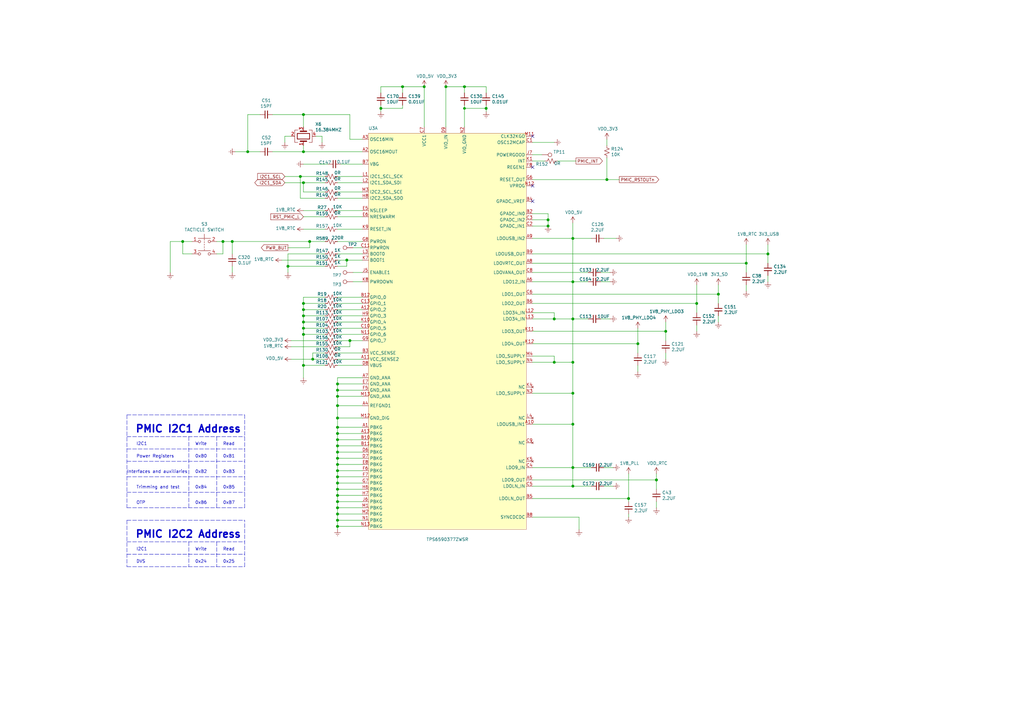
<source format=kicad_sch>
(kicad_sch (version 20210126) (generator eeschema)
  (paper "A3")
  (title_block (title "BeagleBone AI AM57x") (date "2021-01-15") (rev "Kicad-A1") (company "KiCad Services Corporation"))
  (junction (at 74.93 99.06) (diameter 1.016))
  (junction (at 91.44 99.06) (diameter 1.016))
  (junction (at 95.25 99.06) (diameter 1.016))
  (junction (at 101.6 62.23) (diameter 1.016))
  (junction (at 118.11 109.22) (diameter 1.016))
  (junction (at 123.19 72.39) (diameter 1.016))
  (junction (at 124.46 46.99) (diameter 1.016))
  (junction (at 124.46 62.23) (diameter 1.016))
  (junction (at 124.46 74.93) (diameter 1.016))
  (junction (at 124.46 124.46) (diameter 1.016))
  (junction (at 124.46 127) (diameter 1.016))
  (junction (at 124.46 129.54) (diameter 1.016))
  (junction (at 124.46 132.08) (diameter 1.016))
  (junction (at 124.46 134.62) (diameter 1.016))
  (junction (at 124.46 137.16) (diameter 1.016))
  (junction (at 124.46 149.86) (diameter 1.016))
  (junction (at 127 99.06) (diameter 1.016))
  (junction (at 128.27 147.32) (diameter 1.016))
  (junction (at 138.43 157.48) (diameter 1.016))
  (junction (at 138.43 160.02) (diameter 1.016))
  (junction (at 138.43 162.56) (diameter 1.016))
  (junction (at 138.43 166.37) (diameter 1.016))
  (junction (at 138.43 171.45) (diameter 1.016))
  (junction (at 138.43 175.26) (diameter 1.016))
  (junction (at 138.43 177.8) (diameter 1.016))
  (junction (at 138.43 180.34) (diameter 1.016))
  (junction (at 138.43 182.88) (diameter 1.016))
  (junction (at 138.43 185.42) (diameter 1.016))
  (junction (at 138.43 187.96) (diameter 1.016))
  (junction (at 138.43 190.5) (diameter 1.016))
  (junction (at 138.43 193.04) (diameter 1.016))
  (junction (at 138.43 195.58) (diameter 1.016))
  (junction (at 138.43 198.12) (diameter 1.016))
  (junction (at 138.43 200.66) (diameter 1.016))
  (junction (at 138.43 203.2) (diameter 1.016))
  (junction (at 138.43 205.74) (diameter 1.016))
  (junction (at 138.43 208.28) (diameter 1.016))
  (junction (at 138.43 210.82) (diameter 1.016))
  (junction (at 138.43 213.36) (diameter 1.016))
  (junction (at 138.43 215.9) (diameter 1.016))
  (junction (at 142.24 106.68) (diameter 1.016))
  (junction (at 143.51 139.7) (diameter 1.016))
  (junction (at 156.21 44.45) (diameter 1.016))
  (junction (at 165.1 35.56) (diameter 1.016))
  (junction (at 173.99 35.56) (diameter 1.016))
  (junction (at 182.88 35.56) (diameter 1.016))
  (junction (at 190.5 35.56) (diameter 1.016))
  (junction (at 190.5 44.45) (diameter 0.9144))
  (junction (at 199.39 44.45) (diameter 1.016))
  (junction (at 224.79 90.17) (diameter 1.016))
  (junction (at 224.79 92.71) (diameter 1.016))
  (junction (at 227.33 130.81) (diameter 1.016))
  (junction (at 227.33 148.59) (diameter 1.016))
  (junction (at 234.95 97.79) (diameter 1.016))
  (junction (at 234.95 115.57) (diameter 1.016))
  (junction (at 234.95 130.81) (diameter 1.016))
  (junction (at 234.95 148.59) (diameter 1.016))
  (junction (at 234.95 161.29) (diameter 1.016))
  (junction (at 234.95 173.99) (diameter 1.016))
  (junction (at 234.95 191.77) (diameter 1.016))
  (junction (at 234.95 199.39) (diameter 1.016))
  (junction (at 248.92 73.66) (diameter 1.016))
  (junction (at 257.81 204.47) (diameter 1.016))
  (junction (at 261.62 140.97) (diameter 1.016))
  (junction (at 269.24 196.85) (diameter 1.016))
  (junction (at 273.05 135.89) (diameter 1.016))
  (junction (at 285.75 124.46) (diameter 1.016))
  (junction (at 294.64 120.65) (diameter 1.016))
  (junction (at 306.07 107.95) (diameter 1.016))
  (junction (at 314.96 104.14) (diameter 1.016))
  (no_connect (at 218.44 55.88))
  (no_connect (at 218.44 68.58))
  (no_connect (at 218.44 76.2))
  (no_connect (at 218.44 82.55))
  (wire (pts (xy 69.85 99.06) (xy 69.85 111.76)))
  (wire (pts (xy 74.93 99.06) (xy 69.85 99.06)))
  (wire (pts (xy 74.93 99.06) (xy 78.74 99.06)))
  (wire (pts (xy 74.93 104.14) (xy 74.93 99.06)))
  (wire (pts (xy 78.74 104.14) (xy 74.93 104.14)))
  (wire (pts (xy 88.9 104.14) (xy 91.44 104.14)))
  (wire (pts (xy 91.44 99.06) (xy 88.9 99.06)))
  (wire (pts (xy 91.44 99.06) (xy 95.25 99.06)))
  (wire (pts (xy 91.44 104.14) (xy 91.44 99.06)))
  (wire (pts (xy 95.25 99.06) (xy 95.25 104.14)))
  (wire (pts (xy 95.25 99.06) (xy 127 99.06)))
  (wire (pts (xy 95.25 109.22) (xy 95.25 111.76)))
  (wire (pts (xy 96.52 62.23) (xy 101.6 62.23)))
  (wire (pts (xy 101.6 46.99) (xy 101.6 62.23)))
  (wire (pts (xy 101.6 62.23) (xy 106.68 62.23)))
  (wire (pts (xy 106.68 46.99) (xy 101.6 46.99)))
  (wire (pts (xy 111.76 46.99) (xy 124.46 46.99)))
  (wire (pts (xy 111.76 62.23) (xy 124.46 62.23)))
  (wire (pts (xy 115.57 106.68) (xy 133.35 106.68)))
  (wire (pts (xy 116.84 55.88) (xy 116.84 58.42)))
  (wire (pts (xy 118.11 101.6) (xy 127 101.6)))
  (wire (pts (xy 118.11 104.14) (xy 118.11 109.22)))
  (wire (pts (xy 118.11 104.14) (xy 133.35 104.14)))
  (wire (pts (xy 118.11 109.22) (xy 118.11 111.76)))
  (wire (pts (xy 118.11 109.22) (xy 133.35 109.22)))
  (wire (pts (xy 119.38 55.88) (xy 116.84 55.88)))
  (wire (pts (xy 119.38 139.7) (xy 133.35 139.7)))
  (wire (pts (xy 119.38 142.24) (xy 133.35 142.24)))
  (wire (pts (xy 119.38 147.32) (xy 128.27 147.32)))
  (wire (pts (xy 123.19 72.39) (xy 116.84 72.39)))
  (wire (pts (xy 123.19 72.39) (xy 123.19 81.28)))
  (wire (pts (xy 123.19 81.28) (xy 133.35 81.28)))
  (wire (pts (xy 124.46 46.99) (xy 124.46 52.07)))
  (wire (pts (xy 124.46 62.23) (xy 124.46 59.69)))
  (wire (pts (xy 124.46 67.31) (xy 134.62 67.31)))
  (wire (pts (xy 124.46 74.93) (xy 116.84 74.93)))
  (wire (pts (xy 124.46 74.93) (xy 124.46 78.74)))
  (wire (pts (xy 124.46 121.92) (xy 124.46 124.46)))
  (wire (pts (xy 124.46 124.46) (xy 124.46 127)))
  (wire (pts (xy 124.46 124.46) (xy 133.35 124.46)))
  (wire (pts (xy 124.46 127) (xy 124.46 129.54)))
  (wire (pts (xy 124.46 127) (xy 133.35 127)))
  (wire (pts (xy 124.46 129.54) (xy 124.46 132.08)))
  (wire (pts (xy 124.46 129.54) (xy 133.35 129.54)))
  (wire (pts (xy 124.46 132.08) (xy 124.46 134.62)))
  (wire (pts (xy 124.46 132.08) (xy 133.35 132.08)))
  (wire (pts (xy 124.46 134.62) (xy 124.46 137.16)))
  (wire (pts (xy 124.46 134.62) (xy 133.35 134.62)))
  (wire (pts (xy 124.46 137.16) (xy 124.46 149.86)))
  (wire (pts (xy 124.46 137.16) (xy 133.35 137.16)))
  (wire (pts (xy 124.46 149.86) (xy 124.46 154.94)))
  (wire (pts (xy 124.46 149.86) (xy 133.35 149.86)))
  (wire (pts (xy 127 99.06) (xy 127 101.6)))
  (wire (pts (xy 127 99.06) (xy 133.35 99.06)))
  (wire (pts (xy 128.27 144.78) (xy 128.27 147.32)))
  (wire (pts (xy 128.27 147.32) (xy 133.35 147.32)))
  (wire (pts (xy 129.54 55.88) (xy 132.08 55.88)))
  (wire (pts (xy 132.08 55.88) (xy 132.08 58.42)))
  (wire (pts (xy 133.35 72.39) (xy 123.19 72.39)))
  (wire (pts (xy 133.35 74.93) (xy 124.46 74.93)))
  (wire (pts (xy 133.35 78.74) (xy 124.46 78.74)))
  (wire (pts (xy 133.35 86.36) (xy 124.46 86.36)))
  (wire (pts (xy 133.35 88.9) (xy 124.46 88.9)))
  (wire (pts (xy 133.35 93.98) (xy 124.46 93.98)))
  (wire (pts (xy 133.35 121.92) (xy 124.46 121.92)))
  (wire (pts (xy 133.35 144.78) (xy 128.27 144.78)))
  (wire (pts (xy 138.43 72.39) (xy 148.59 72.39)))
  (wire (pts (xy 138.43 74.93) (xy 148.59 74.93)))
  (wire (pts (xy 138.43 78.74) (xy 148.59 78.74)))
  (wire (pts (xy 138.43 81.28) (xy 148.59 81.28)))
  (wire (pts (xy 138.43 86.36) (xy 148.59 86.36)))
  (wire (pts (xy 138.43 88.9) (xy 148.59 88.9)))
  (wire (pts (xy 138.43 93.98) (xy 148.59 93.98)))
  (wire (pts (xy 138.43 99.06) (xy 148.59 99.06)))
  (wire (pts (xy 138.43 104.14) (xy 148.59 104.14)))
  (wire (pts (xy 138.43 106.68) (xy 142.24 106.68)))
  (wire (pts (xy 138.43 109.22) (xy 142.24 109.22)))
  (wire (pts (xy 138.43 121.92) (xy 148.59 121.92)))
  (wire (pts (xy 138.43 124.46) (xy 148.59 124.46)))
  (wire (pts (xy 138.43 127) (xy 148.59 127)))
  (wire (pts (xy 138.43 129.54) (xy 148.59 129.54)))
  (wire (pts (xy 138.43 132.08) (xy 148.59 132.08)))
  (wire (pts (xy 138.43 134.62) (xy 148.59 134.62)))
  (wire (pts (xy 138.43 137.16) (xy 148.59 137.16)))
  (wire (pts (xy 138.43 139.7) (xy 143.51 139.7)))
  (wire (pts (xy 138.43 142.24) (xy 143.51 142.24)))
  (wire (pts (xy 138.43 144.78) (xy 148.59 144.78)))
  (wire (pts (xy 138.43 147.32) (xy 148.59 147.32)))
  (wire (pts (xy 138.43 149.86) (xy 148.59 149.86)))
  (wire (pts (xy 138.43 154.94) (xy 138.43 157.48)))
  (wire (pts (xy 138.43 157.48) (xy 138.43 160.02)))
  (wire (pts (xy 138.43 157.48) (xy 148.59 157.48)))
  (wire (pts (xy 138.43 160.02) (xy 138.43 162.56)))
  (wire (pts (xy 138.43 160.02) (xy 148.59 160.02)))
  (wire (pts (xy 138.43 162.56) (xy 138.43 166.37)))
  (wire (pts (xy 138.43 162.56) (xy 148.59 162.56)))
  (wire (pts (xy 138.43 166.37) (xy 138.43 171.45)))
  (wire (pts (xy 138.43 166.37) (xy 148.59 166.37)))
  (wire (pts (xy 138.43 171.45) (xy 138.43 175.26)))
  (wire (pts (xy 138.43 171.45) (xy 148.59 171.45)))
  (wire (pts (xy 138.43 175.26) (xy 138.43 177.8)))
  (wire (pts (xy 138.43 175.26) (xy 148.59 175.26)))
  (wire (pts (xy 138.43 177.8) (xy 138.43 180.34)))
  (wire (pts (xy 138.43 177.8) (xy 148.59 177.8)))
  (wire (pts (xy 138.43 180.34) (xy 138.43 182.88)))
  (wire (pts (xy 138.43 180.34) (xy 148.59 180.34)))
  (wire (pts (xy 138.43 182.88) (xy 138.43 185.42)))
  (wire (pts (xy 138.43 182.88) (xy 148.59 182.88)))
  (wire (pts (xy 138.43 185.42) (xy 138.43 187.96)))
  (wire (pts (xy 138.43 185.42) (xy 148.59 185.42)))
  (wire (pts (xy 138.43 187.96) (xy 138.43 190.5)))
  (wire (pts (xy 138.43 187.96) (xy 148.59 187.96)))
  (wire (pts (xy 138.43 190.5) (xy 138.43 193.04)))
  (wire (pts (xy 138.43 190.5) (xy 148.59 190.5)))
  (wire (pts (xy 138.43 193.04) (xy 138.43 195.58)))
  (wire (pts (xy 138.43 193.04) (xy 148.59 193.04)))
  (wire (pts (xy 138.43 195.58) (xy 138.43 198.12)))
  (wire (pts (xy 138.43 195.58) (xy 148.59 195.58)))
  (wire (pts (xy 138.43 198.12) (xy 138.43 200.66)))
  (wire (pts (xy 138.43 198.12) (xy 148.59 198.12)))
  (wire (pts (xy 138.43 200.66) (xy 138.43 203.2)))
  (wire (pts (xy 138.43 200.66) (xy 148.59 200.66)))
  (wire (pts (xy 138.43 203.2) (xy 138.43 205.74)))
  (wire (pts (xy 138.43 203.2) (xy 148.59 203.2)))
  (wire (pts (xy 138.43 205.74) (xy 138.43 208.28)))
  (wire (pts (xy 138.43 205.74) (xy 148.59 205.74)))
  (wire (pts (xy 138.43 208.28) (xy 138.43 210.82)))
  (wire (pts (xy 138.43 208.28) (xy 148.59 208.28)))
  (wire (pts (xy 138.43 210.82) (xy 138.43 213.36)))
  (wire (pts (xy 138.43 210.82) (xy 148.59 210.82)))
  (wire (pts (xy 138.43 213.36) (xy 138.43 215.9)))
  (wire (pts (xy 138.43 213.36) (xy 148.59 213.36)))
  (wire (pts (xy 138.43 215.9) (xy 138.43 217.17)))
  (wire (pts (xy 138.43 215.9) (xy 148.59 215.9)))
  (wire (pts (xy 139.7 67.31) (xy 148.59 67.31)))
  (wire (pts (xy 142.24 106.68) (xy 142.24 109.22)))
  (wire (pts (xy 142.24 106.68) (xy 148.59 106.68)))
  (wire (pts (xy 143.51 46.99) (xy 124.46 46.99)))
  (wire (pts (xy 143.51 57.15) (xy 143.51 46.99)))
  (wire (pts (xy 143.51 139.7) (xy 143.51 142.24)))
  (wire (pts (xy 143.51 139.7) (xy 148.59 139.7)))
  (wire (pts (xy 148.59 57.15) (xy 143.51 57.15)))
  (wire (pts (xy 148.59 62.23) (xy 124.46 62.23)))
  (wire (pts (xy 148.59 101.6) (xy 144.78 101.6)))
  (wire (pts (xy 148.59 111.76) (xy 144.78 111.76)))
  (wire (pts (xy 148.59 115.57) (xy 144.78 115.57)))
  (wire (pts (xy 148.59 154.94) (xy 138.43 154.94)))
  (wire (pts (xy 156.21 35.56) (xy 165.1 35.56)))
  (wire (pts (xy 156.21 38.1) (xy 156.21 35.56)))
  (wire (pts (xy 156.21 43.18) (xy 156.21 44.45)))
  (wire (pts (xy 156.21 44.45) (xy 156.21 45.72)))
  (wire (pts (xy 165.1 35.56) (xy 165.1 38.1)))
  (wire (pts (xy 165.1 43.18) (xy 165.1 44.45)))
  (wire (pts (xy 165.1 44.45) (xy 156.21 44.45)))
  (wire (pts (xy 173.99 35.56) (xy 165.1 35.56)))
  (wire (pts (xy 173.99 52.07) (xy 173.99 35.56)))
  (wire (pts (xy 182.88 35.56) (xy 190.5 35.56)))
  (wire (pts (xy 182.88 52.07) (xy 182.88 35.56)))
  (wire (pts (xy 190.5 35.56) (xy 190.5 38.1)))
  (wire (pts (xy 190.5 43.18) (xy 190.5 44.45)))
  (wire (pts (xy 190.5 44.45) (xy 190.5 52.07)))
  (wire (pts (xy 190.5 44.45) (xy 199.39 44.45)))
  (wire (pts (xy 199.39 35.56) (xy 190.5 35.56)))
  (wire (pts (xy 199.39 38.1) (xy 199.39 35.56)))
  (wire (pts (xy 199.39 43.18) (xy 199.39 44.45)))
  (wire (pts (xy 199.39 44.45) (xy 199.39 45.72)))
  (wire (pts (xy 218.44 58.42) (xy 227.33 58.42)))
  (wire (pts (xy 218.44 63.5) (xy 222.25 63.5)))
  (wire (pts (xy 218.44 66.04) (xy 223.52 66.04)))
  (wire (pts (xy 218.44 73.66) (xy 248.92 73.66)))
  (wire (pts (xy 218.44 87.63) (xy 224.79 87.63)))
  (wire (pts (xy 218.44 90.17) (xy 224.79 90.17)))
  (wire (pts (xy 218.44 92.71) (xy 224.79 92.71)))
  (wire (pts (xy 218.44 97.79) (xy 234.95 97.79)))
  (wire (pts (xy 218.44 104.14) (xy 314.96 104.14)))
  (wire (pts (xy 218.44 107.95) (xy 306.07 107.95)))
  (wire (pts (xy 218.44 111.76) (xy 241.3 111.76)))
  (wire (pts (xy 218.44 115.57) (xy 234.95 115.57)))
  (wire (pts (xy 218.44 120.65) (xy 294.64 120.65)))
  (wire (pts (xy 218.44 124.46) (xy 285.75 124.46)))
  (wire (pts (xy 218.44 128.27) (xy 227.33 128.27)))
  (wire (pts (xy 218.44 130.81) (xy 227.33 130.81)))
  (wire (pts (xy 218.44 135.89) (xy 273.05 135.89)))
  (wire (pts (xy 218.44 140.97) (xy 261.62 140.97)))
  (wire (pts (xy 218.44 146.05) (xy 227.33 146.05)))
  (wire (pts (xy 218.44 148.59) (xy 227.33 148.59)))
  (wire (pts (xy 218.44 161.29) (xy 234.95 161.29)))
  (wire (pts (xy 218.44 173.99) (xy 234.95 173.99)))
  (wire (pts (xy 218.44 191.77) (xy 234.95 191.77)))
  (wire (pts (xy 218.44 196.85) (xy 269.24 196.85)))
  (wire (pts (xy 218.44 199.39) (xy 234.95 199.39)))
  (wire (pts (xy 218.44 204.47) (xy 257.81 204.47)))
  (wire (pts (xy 218.44 212.09) (xy 237.49 212.09)))
  (wire (pts (xy 224.79 87.63) (xy 224.79 90.17)))
  (wire (pts (xy 224.79 90.17) (xy 224.79 92.71)))
  (wire (pts (xy 227.33 128.27) (xy 227.33 130.81)))
  (wire (pts (xy 227.33 130.81) (xy 234.95 130.81)))
  (wire (pts (xy 227.33 146.05) (xy 227.33 148.59)))
  (wire (pts (xy 227.33 148.59) (xy 234.95 148.59)))
  (wire (pts (xy 228.6 66.04) (xy 236.22 66.04)))
  (wire (pts (xy 234.95 97.79) (xy 234.95 91.44)))
  (wire (pts (xy 234.95 97.79) (xy 242.57 97.79)))
  (wire (pts (xy 234.95 115.57) (xy 234.95 97.79)))
  (wire (pts (xy 234.95 115.57) (xy 241.3 115.57)))
  (wire (pts (xy 234.95 130.81) (xy 234.95 115.57)))
  (wire (pts (xy 234.95 130.81) (xy 241.3 130.81)))
  (wire (pts (xy 234.95 148.59) (xy 234.95 130.81)))
  (wire (pts (xy 234.95 161.29) (xy 234.95 148.59)))
  (wire (pts (xy 234.95 173.99) (xy 234.95 161.29)))
  (wire (pts (xy 234.95 191.77) (xy 234.95 173.99)))
  (wire (pts (xy 234.95 191.77) (xy 242.57 191.77)))
  (wire (pts (xy 234.95 199.39) (xy 234.95 191.77)))
  (wire (pts (xy 234.95 199.39) (xy 242.57 199.39)))
  (wire (pts (xy 237.49 212.09) (xy 237.49 217.17)))
  (wire (pts (xy 246.38 111.76) (xy 250.19 111.76)))
  (wire (pts (xy 246.38 115.57) (xy 250.19 115.57)))
  (wire (pts (xy 246.38 130.81) (xy 250.19 130.81)))
  (wire (pts (xy 247.65 97.79) (xy 252.73 97.79)))
  (wire (pts (xy 247.65 191.77) (xy 251.46 191.77)))
  (wire (pts (xy 247.65 199.39) (xy 251.46 199.39)))
  (wire (pts (xy 248.92 57.15) (xy 248.92 59.69)))
  (wire (pts (xy 248.92 64.77) (xy 248.92 73.66)))
  (wire (pts (xy 248.92 73.66) (xy 254 73.66)))
  (wire (pts (xy 257.81 194.31) (xy 257.81 204.47)))
  (wire (pts (xy 257.81 204.47) (xy 257.81 205.74)))
  (wire (pts (xy 257.81 210.82) (xy 257.81 212.09)))
  (wire (pts (xy 261.62 140.97) (xy 261.62 134.62)))
  (wire (pts (xy 261.62 140.97) (xy 261.62 144.78)))
  (wire (pts (xy 261.62 149.86) (xy 261.62 152.4)))
  (wire (pts (xy 269.24 194.31) (xy 269.24 196.85)))
  (wire (pts (xy 269.24 196.85) (xy 269.24 200.66)))
  (wire (pts (xy 269.24 205.74) (xy 269.24 208.28)))
  (wire (pts (xy 273.05 135.89) (xy 273.05 132.08)))
  (wire (pts (xy 273.05 135.89) (xy 273.05 139.7)))
  (wire (pts (xy 273.05 144.78) (xy 273.05 147.32)))
  (wire (pts (xy 285.75 116.84) (xy 285.75 124.46)))
  (wire (pts (xy 285.75 124.46) (xy 285.75 128.27)))
  (wire (pts (xy 285.75 133.35) (xy 285.75 135.89)))
  (wire (pts (xy 294.64 116.84) (xy 294.64 120.65)))
  (wire (pts (xy 294.64 120.65) (xy 294.64 124.46)))
  (wire (pts (xy 294.64 129.54) (xy 294.64 132.08)))
  (wire (pts (xy 306.07 107.95) (xy 306.07 100.33)))
  (wire (pts (xy 306.07 107.95) (xy 306.07 111.76)))
  (wire (pts (xy 306.07 116.84) (xy 306.07 119.38)))
  (wire (pts (xy 314.96 100.33) (xy 314.96 104.14)))
  (wire (pts (xy 314.96 104.14) (xy 314.96 107.95)))
  (wire (pts (xy 314.96 113.03) (xy 314.96 115.57)))
  (polyline (pts (xy 52.07 170.18) (xy 52.07 208.28)) (stroke (width 0) (type dash)))
  (polyline (pts (xy 52.07 170.18) (xy 100.33 170.18)) (stroke (width 0) (type dash)))
  (polyline (pts (xy 52.07 179.07) (xy 100.33 179.07)) (stroke (width 0) (type dash)))
  (polyline (pts (xy 52.07 184.15) (xy 100.33 184.15)) (stroke (width 0) (type dash)))
  (polyline (pts (xy 52.07 189.23) (xy 100.33 189.23)) (stroke (width 0) (type dash)))
  (polyline (pts (xy 52.07 195.58) (xy 100.33 195.58)) (stroke (width 0) (type dash)))
  (polyline (pts (xy 52.07 201.93) (xy 100.33 201.93)) (stroke (width 0) (type dash)))
  (polyline (pts (xy 52.07 208.28) (xy 100.33 208.28)) (stroke (width 0) (type dash)))
  (polyline (pts (xy 52.07 213.36) (xy 52.07 232.41)) (stroke (width 0) (type dash)))
  (polyline (pts (xy 52.07 213.36) (xy 100.33 213.36)) (stroke (width 0) (type dash)))
  (polyline (pts (xy 52.07 222.25) (xy 100.33 222.25)) (stroke (width 0) (type dash)))
  (polyline (pts (xy 52.07 227.33) (xy 100.33 227.33)) (stroke (width 0) (type dash)))
  (polyline (pts (xy 52.07 232.41) (xy 100.33 232.41)) (stroke (width 0) (type dash)))
  (polyline (pts (xy 77.47 179.07) (xy 77.47 208.28)) (stroke (width 0) (type dash)))
  (polyline (pts (xy 77.47 222.25) (xy 77.47 232.41)) (stroke (width 0) (type dash)))
  (polyline (pts (xy 88.9 179.07) (xy 88.9 208.28)) (stroke (width 0) (type dash)))
  (polyline (pts (xy 88.9 222.25) (xy 88.9 232.41)) (stroke (width 0) (type dash)))
  (polyline (pts (xy 100.33 208.28) (xy 100.33 170.18)) (stroke (width 0) (type dash)))
  (polyline (pts (xy 100.33 232.41) (xy 100.33 213.36)) (stroke (width 0) (type dash)))
  (text "Interfaces and auxiliaries" (at 52.07 194.31 0) (effects (font (size 1.27 1.27)) (justify left bottom)))
  (text "I2C1" (at 55.88 182.88 0) (effects (font (size 1.27 1.27)) (justify left bottom)))
  (text "Power Registers" (at 55.88 187.96 0) (effects (font (size 1.27 1.27)) (justify left bottom)))
  (text "Trimming and test" (at 55.88 200.66 0) (effects (font (size 1.27 1.27)) (justify left bottom)))
  (text "OTP" (at 55.88 207.01 0) (effects (font (size 1.27 1.27)) (justify left bottom)))
  (text "I2C1" (at 55.88 226.06 0) (effects (font (size 1.27 1.27)) (justify left bottom)))
  (text "DVS" (at 55.88 231.14 0) (effects (font (size 1.27 1.27)) (justify left bottom)))
  (text "Write" (at 80.01 182.88 0) (effects (font (size 1.27 1.27)) (justify left bottom)))
  (text "0xB0" (at 80.01 187.96 0) (effects (font (size 1.27 1.27)) (justify left bottom)))
  (text "0xB2" (at 80.01 194.31 0) (effects (font (size 1.27 1.27)) (justify left bottom)))
  (text "0xB4" (at 80.01 200.66 0) (effects (font (size 1.27 1.27)) (justify left bottom)))
  (text "0xB6" (at 80.01 207.01 0) (effects (font (size 1.27 1.27)) (justify left bottom)))
  (text "Write" (at 80.01 226.06 0) (effects (font (size 1.27 1.27)) (justify left bottom)))
  (text "0x24" (at 80.01 231.14 0) (effects (font (size 1.27 1.27)) (justify left bottom)))
  (text "Read" (at 91.44 182.88 0) (effects (font (size 1.27 1.27)) (justify left bottom)))
  (text "0xB1" (at 91.44 187.96 0) (effects (font (size 1.27 1.27)) (justify left bottom)))
  (text "0xB3" (at 91.44 194.31 0) (effects (font (size 1.27 1.27)) (justify left bottom)))
  (text "0xB5" (at 91.44 200.66 0) (effects (font (size 1.27 1.27)) (justify left bottom)))
  (text "0xB7" (at 91.44 207.01 0) (effects (font (size 1.27 1.27)) (justify left bottom)))
  (text "Read" (at 91.44 226.06 0) (effects (font (size 1.27 1.27)) (justify left bottom)))
  (text "0x25" (at 91.44 231.14 0) (effects (font (size 1.27 1.27)) (justify left bottom)))
  (text "PMIC I2C1 Address" (at 99.06 177.8 180) (effects (font (size 3 3) (thickness 0.6) bold) (justify right bottom)))
  (text "PMIC I2C2 Address" (at 99.06 220.98 180) (effects (font (size 3 3) (thickness 0.6) bold) (justify right bottom)))
  (global_label "I2C1_SCL" (shape input) (at 116.84 72.39 180) (property "Intersheet References" "${INTERSHEET_REFS}" (at 104.1339 72.3106 0) (effects (justify right))))
  (global_label "I2C1_SDA" (shape bidirectional) (at 116.84 74.93 180) (property "Intersheet References" "${INTERSHEET_REFS}" (at 104.0734 74.8506 0) (effects (justify right))))
  (global_label "PWR_BUT" (shape output) (at 118.11 101.6 180) (property "Intersheet References" "${INTERSHEET_REFS}" (at 105.6458 101.5206 0) (effects (justify right))))
  (global_label "RST_PMIC_L" (shape input) (at 124.46 88.9 180) (property "Intersheet References" "${INTERSHEET_REFS}" (at 109.5162 88.8206 0) (effects (justify right))))
  (global_label "PMIC_INT" (shape output) (at 236.22 66.04 0) (property "Intersheet References" "${INTERSHEET_REFS}" (at 248.6238 65.9606 0) (effects (justify left))))
  (global_label "PMIC_RSTOUTn" (shape output) (at 254 73.66 0) (property "Intersheet References" "${INTERSHEET_REFS}" (at 271.7257 73.5806 0) (effects (justify left))))
  (symbol (lib_id "Connector:TestPoint") (at 144.78 101.6 90) (unit 1)
    (property "Reference" "TP2" (at 146.431 100.209 90) (effects (justify left)))
    (property "Value" "NI" (effects hide))
    (property "Footprint" "beaglebone-ai:TP30" (effects hide))
    (property "Description" "Test point,DIA 30mil" (effects hide))
  )
  (symbol (lib_id "Connector:TestPoint") (at 144.78 111.76 90) (unit 1)
    (property "Reference" "TP7" (at 140.081 112.909 90) (effects (justify left)))
    (property "Value" "NI" (effects hide))
    (property "Footprint" "beaglebone-ai:TP30" (effects hide))
    (property "Description" "Test point,DIA 30mil" (effects hide))
  )
  (symbol (lib_id "Connector:TestPoint") (at 144.78 115.57 90) (unit 1)
    (property "Reference" "TP3" (at 140.081 116.719 90) (effects (justify left)))
    (property "Value" "NI" (effects hide))
    (property "Footprint" "beaglebone-ai:TP30" (effects hide))
    (property "Description" "Test point,DIA 30mil" (effects hide))
  )
  (symbol (lib_id "Connector:TestPoint") (at 222.25 63.5 270) (unit 1)
    (property "Reference" "TP11" (at 226.9491 62.3506 90) (effects (justify left)))
    (property "Value" "NI" (effects hide))
    (property "Footprint" "beaglebone-ai:TP30" (effects hide))
    (property "Description" "Test point,DIA 30mil" (effects hide))
  )
  (symbol (lib_id "beaglebone-ai:1V8_RTC") (at 115.57 106.68 90) (unit 1)
    (property "Reference" "#PWR0175" (effects hide))
    (property "Value" "1V8_RTC" (at 112.395 106.3117 90) (effects (justify left)))
  )
  (symbol (lib_id "beaglebone-ai:VDD_3V3") (at 119.38 139.7 90) (unit 1)
    (property "Reference" "#PWR0167" (effects hide))
    (property "Value" "VDD_3V3" (at 116.2049 139.3317 90) (effects (justify left)))
  )
  (symbol (lib_id "beaglebone-ai:1V8_RTC") (at 119.38 142.24 90) (unit 1)
    (property "Reference" "#PWR0168" (effects hide))
    (property "Value" "1V8_RTC" (at 116.205 141.8717 90) (effects (justify left)))
  )
  (symbol (lib_id "beaglebone-ai:VDD_5V") (at 119.38 147.32 90) (unit 1)
    (property "Reference" "#PWR0169" (effects hide))
    (property "Value" "VDD_5V" (at 116.205 146.9517 90) (effects (justify left)))
  )
  (symbol (lib_id "beaglebone-ai:1V8_RTC") (at 124.46 86.36 90) (unit 1)
    (property "Reference" "#PWR0171" (effects hide))
    (property "Value" "1V8_RTC" (at 121.285 85.9917 90) (effects (justify left)))
  )
  (symbol (lib_id "beaglebone-ai:1V8_RTC") (at 124.46 93.98 90) (unit 1)
    (property "Reference" "#PWR0172" (effects hide))
    (property "Value" "1V8_RTC" (at 121.285 93.6117 90) (effects (justify left)))
  )
  (symbol (lib_id "beaglebone-ai:VDD_5V") (at 173.99 35.56 0) (unit 1)
    (property "Reference" "#PWR0136" (effects hide))
    (property "Value" "VDD_5V" (at 174.3583 31.2356 0))
  )
  (symbol (lib_id "beaglebone-ai:VDD_3V3") (at 182.88 35.56 0) (unit 1)
    (property "Reference" "#PWR0137" (effects hide))
    (property "Value" "VDD_3V3" (at 183.2483 31.2356 0))
  )
  (symbol (lib_id "beaglebone-ai:VDD_5V") (at 234.95 91.44 0) (unit 1)
    (property "Reference" "#PWR0142" (effects hide))
    (property "Value" "VDD_5V" (at 235.3183 87.1156 0))
  )
  (symbol (lib_id "beaglebone-ai:VDD_3V3") (at 248.92 57.15 0) (unit 1)
    (property "Reference" "#PWR0160" (effects hide))
    (property "Value" "VDD_3V3" (at 249.2883 52.8256 0))
  )
  (symbol (lib_id "beaglebone-ai:1V8_PLL") (at 257.81 194.31 0) (unit 1)
    (property "Reference" "#PWR0151" (effects hide))
    (property "Value" "1V8_PLL" (at 258.1783 189.9856 0))
  )
  (symbol (lib_id "beaglebone-ai:1V8_PHY_LDO4") (at 261.62 134.62 0) (unit 1)
    (property "Reference" "#PWR0140" (effects hide))
    (property "Value" "1V8_PHY_LDO4" (at 261.9883 130.2956 0))
  )
  (symbol (lib_id "beaglebone-ai:VDD_RTC") (at 269.24 194.31 0) (unit 1)
    (property "Reference" "#PWR0150" (effects hide))
    (property "Value" "VDD_RTC" (at 269.6083 189.9856 0))
  )
  (symbol (lib_id "beaglebone-ai:1V8_PHY_LDO3") (at 273.05 132.08 0) (unit 1)
    (property "Reference" "#PWR0159" (effects hide))
    (property "Value" "1V8_PHY_LDO3" (at 273.4183 127.7556 0))
  )
  (symbol (lib_id "beaglebone-ai:VDD_1V8") (at 285.75 116.84 0) (unit 1)
    (property "Reference" "#PWR0154" (effects hide))
    (property "Value" "VDD_1V8" (at 286.1183 112.5156 0))
  )
  (symbol (lib_id "beaglebone-ai:3V3_SD") (at 294.64 116.84 0) (unit 1)
    (property "Reference" "#PWR0155" (effects hide))
    (property "Value" "3V3_SD" (at 295.0083 112.5156 0))
  )
  (symbol (lib_id "beaglebone-ai:1V8_RTC") (at 306.07 100.33 0) (unit 1)
    (property "Reference" "#PWR0157" (effects hide))
    (property "Value" "1V8_RTC" (at 306.4383 96.0056 0))
  )
  (symbol (lib_id "beaglebone-ai:3V3_USB") (at 314.96 100.33 0) (unit 1)
    (property "Reference" "#PWR0161" (effects hide))
    (property "Value" "3V3_USB" (at 315.3283 96.0056 0))
  )
  (symbol (lib_id "power:Earth") (at 69.85 111.76 0) (unit 1)
    (property "Reference" "#PWR0173" (effects hide))
    (property "Value" "Earth" (effects hide))
  )
  (symbol (lib_id "power:Earth") (at 95.25 111.76 0) (unit 1)
    (property "Reference" "#PWR0176" (effects hide))
    (property "Value" "Earth" (effects hide))
  )
  (symbol (lib_id "power:Earth") (at 96.52 62.23 270) (unit 1)
    (property "Reference" "#PWR0178" (effects hide))
    (property "Value" "Earth" (effects hide))
  )
  (symbol (lib_id "power:Earth") (at 116.84 58.42 0) (unit 1)
    (property "Reference" "#PWR0179" (effects hide))
    (property "Value" "Earth" (effects hide))
  )
  (symbol (lib_id "power:Earth") (at 118.11 111.76 0) (unit 1)
    (property "Reference" "#PWR0174" (effects hide))
    (property "Value" "Earth" (effects hide))
  )
  (symbol (lib_id "power:Earth") (at 124.46 67.31 270) (unit 1)
    (property "Reference" "#PWR0177" (effects hide))
    (property "Value" "Earth" (effects hide))
  )
  (symbol (lib_id "power:Earth") (at 124.46 154.94 0) (unit 1)
    (property "Reference" "#PWR0170" (effects hide))
    (property "Value" "Earth" (effects hide))
  )
  (symbol (lib_id "power:Earth") (at 132.08 58.42 0) (mirror y) (unit 1)
    (property "Reference" "#PWR0180" (effects hide))
    (property "Value" "Earth" (effects hide))
  )
  (symbol (lib_id "power:Earth") (at 138.43 217.17 0) (unit 1)
    (property "Reference" "#PWR0181" (effects hide))
    (property "Value" "Earth" (effects hide))
  )
  (symbol (lib_id "power:Earth") (at 156.21 45.72 0) (unit 1)
    (property "Reference" "#PWR0138" (effects hide))
    (property "Value" "Earth" (effects hide))
  )
  (symbol (lib_id "power:Earth") (at 199.39 45.72 0) (unit 1)
    (property "Reference" "#PWR0139" (effects hide))
    (property "Value" "Earth" (effects hide))
  )
  (symbol (lib_id "power:Earth") (at 224.79 92.71 0) (unit 1)
    (property "Reference" "#PWR0143" (effects hide))
    (property "Value" "Earth" (effects hide))
  )
  (symbol (lib_id "power:Earth") (at 227.33 58.42 90) (unit 1)
    (property "Reference" "#PWR0162" (effects hide))
    (property "Value" "Earth" (effects hide))
  )
  (symbol (lib_id "power:Earth") (at 237.49 217.17 0) (unit 1)
    (property "Reference" "#PWR0165" (effects hide))
    (property "Value" "Earth" (effects hide))
  )
  (symbol (lib_id "power:Earth") (at 250.19 111.76 90) (unit 1)
    (property "Reference" "#PWR0146" (effects hide))
    (property "Value" "Earth" (effects hide))
  )
  (symbol (lib_id "power:Earth") (at 250.19 115.57 90) (unit 1)
    (property "Reference" "#PWR0145" (effects hide))
    (property "Value" "Earth" (effects hide))
  )
  (symbol (lib_id "power:Earth") (at 250.19 130.81 90) (unit 1)
    (property "Reference" "#PWR0144" (effects hide))
    (property "Value" "Earth" (effects hide))
  )
  (symbol (lib_id "power:Earth") (at 251.46 191.77 90) (unit 1)
    (property "Reference" "#PWR0149" (effects hide))
    (property "Value" "Earth" (effects hide))
  )
  (symbol (lib_id "power:Earth") (at 251.46 199.39 90) (unit 1)
    (property "Reference" "#PWR0163" (effects hide))
    (property "Value" "Earth" (effects hide))
  )
  (symbol (lib_id "power:Earth") (at 252.73 97.79 90) (unit 1)
    (property "Reference" "#PWR0147" (effects hide))
    (property "Value" "Earth" (effects hide))
  )
  (symbol (lib_id "power:Earth") (at 257.81 212.09 0) (unit 1)
    (property "Reference" "#PWR0166" (effects hide))
    (property "Value" "Earth" (effects hide))
  )
  (symbol (lib_id "power:Earth") (at 261.62 152.4 0) (unit 1)
    (property "Reference" "#PWR0141" (effects hide))
    (property "Value" "Earth" (effects hide))
  )
  (symbol (lib_id "power:Earth") (at 269.24 208.28 0) (unit 1)
    (property "Reference" "#PWR0164" (effects hide))
    (property "Value" "Earth" (effects hide))
  )
  (symbol (lib_id "power:Earth") (at 273.05 147.32 0) (unit 1)
    (property "Reference" "#PWR0158" (effects hide))
    (property "Value" "Earth" (effects hide))
  )
  (symbol (lib_id "power:Earth") (at 285.75 135.89 0) (unit 1)
    (property "Reference" "#PWR0152" (effects hide))
    (property "Value" "Earth" (effects hide))
  )
  (symbol (lib_id "power:Earth") (at 294.64 132.08 0) (unit 1)
    (property "Reference" "#PWR0153" (effects hide))
    (property "Value" "Earth" (effects hide))
  )
  (symbol (lib_id "power:Earth") (at 306.07 119.38 0) (unit 1)
    (property "Reference" "#PWR0156" (effects hide))
    (property "Value" "Earth" (effects hide))
  )
  (symbol (lib_id "power:Earth") (at 314.96 115.57 0) (unit 1)
    (property "Reference" "#PWR0148" (effects hide))
    (property "Value" "Earth" (effects hide))
  )
  (symbol (lib_id "Device:R_Small_US") (at 135.89 72.39 90) (unit 1)
    (property "Reference" "R148" (at 132.08 71.101 90))
    (property "Value" "0R" (at 138.43 70.859 90))
    (property "Footprint" "beaglebone-ai:R0402" (effects hide))
    (property "Description" "RES,0R,+/-5%,1/16W,SMD0402" (effects hide))
    (property "Manufacturer" "YAGEO" (effects hide))
    (property "Manufacturer P/N" "RC0402JR-070RL" (effects hide))
    (property "Rating" "5%" (effects hide))
  )
  (symbol (lib_id "Device:R_Small_US") (at 135.89 74.93 90) (unit 1)
    (property "Reference" "R145" (at 132.08 73.641 90))
    (property "Value" "0R" (at 138.43 73.399 90))
    (property "Footprint" "beaglebone-ai:R0402" (effects hide))
    (property "Description" "RES,0R,+/-5%,1/16W,SMD0402" (effects hide))
    (property "Manufacturer" "YAGEO" (effects hide))
    (property "Manufacturer P/N" "RC0402JR-070RL" (effects hide))
    (property "Rating" "5%" (effects hide))
  )
  (symbol (lib_id "Device:R_Small_US") (at 135.89 78.74 90) (unit 1)
    (property "Reference" "R146" (at 132.08 77.451 90))
    (property "Value" "0R" (at 138.43 77.209 90))
    (property "Footprint" "beaglebone-ai:R0402" (effects hide))
    (property "Description" "RES,0R,+/-5%,1/16W,SMD0402" (effects hide))
    (property "Manufacturer" "YAGEO" (effects hide))
    (property "Manufacturer P/N" "RC0402JR-070RL" (effects hide))
    (property "Rating" "5%" (effects hide))
  )
  (symbol (lib_id "Device:R_Small_US") (at 135.89 81.28 90) (unit 1)
    (property "Reference" "R149" (at 132.08 79.991 90))
    (property "Value" "0R" (at 138.43 79.749 90))
    (property "Footprint" "beaglebone-ai:R0402" (effects hide))
    (property "Description" "RES,0R,+/-5%,1/16W,SMD0402" (effects hide))
    (property "Manufacturer" "YAGEO" (effects hide))
    (property "Manufacturer P/N" "RC0402JR-070RL" (effects hide))
    (property "Rating" "5%" (effects hide))
  )
  (symbol (lib_id "Device:R_Small_US") (at 135.89 86.36 90) (unit 1)
    (property "Reference" "R27" (at 132.08 85.071 90))
    (property "Value" "10K" (at 138.43 84.829 90))
    (property "Footprint" "beaglebone-ai:R0402" (effects hide))
    (property "Description" "RES,10K,+/-5%,1/16W,SMD0402" (effects hide))
    (property "Manufacturer" "YAGEO" (effects hide))
    (property "Manufacturer P/N" "RC0402JR-0710KL" (effects hide))
    (property "Rating" "5%" (effects hide))
  )
  (symbol (lib_id "Device:R_Small_US") (at 135.89 88.9 90) (unit 1)
    (property "Reference" "R159" (at 132.08 87.611 90))
    (property "Value" "0R" (at 138.43 87.369 90))
    (property "Footprint" "beaglebone-ai:R0402" (effects hide))
    (property "Description" "RES,0R,+/-5%,1/16W,SMD0402" (effects hide))
    (property "Manufacturer" "YAGEO" (effects hide))
    (property "Manufacturer P/N" "RC0402JR-070RL" (effects hide))
    (property "Rating" "5%" (effects hide))
  )
  (symbol (lib_id "Device:R_Small_US") (at 135.89 93.98 90) (unit 1)
    (property "Reference" "R157" (at 132.08 92.691 90))
    (property "Value" "10K" (at 138.43 92.449 90))
    (property "Footprint" "beaglebone-ai:R0402" (effects hide))
    (property "Description" "RES,10K,+/-5%,1/16W,SMD0402" (effects hide))
    (property "Manufacturer" "YAGEO" (effects hide))
    (property "Manufacturer P/N" "RC0402JR-0710KL" (effects hide))
    (property "Rating" "5%" (effects hide))
  )
  (symbol (lib_id "Device:R_Small_US") (at 135.89 99.06 90) (unit 1)
    (property "Reference" "R589" (at 132.08 97.771 90))
    (property "Value" "220R" (at 138.43 97.529 90))
    (property "Footprint" "beaglebone-ai:R0402" (effects hide))
    (property "Description" "RES,220R,+/-5%,1/16W,SMD0402" (effects hide))
    (property "Manufacturer" "YAGEO" (effects hide))
    (property "Manufacturer P/N" "RC0402JR-07220RL" (effects hide))
    (property "Rating" "5%" (effects hide))
  )
  (symbol (lib_id "Device:R_Small_US") (at 135.89 104.14 90) (unit 1)
    (property "Reference" "R147" (at 132.08 102.851 90))
    (property "Value" "1K" (at 138.43 102.609 90))
    (property "Footprint" "beaglebone-ai:R0402" (effects hide))
    (property "Description" "RES,1K,+/-5%,1/16W,SMD0402" (effects hide))
    (property "Manufacturer" "YAGEO" (effects hide))
    (property "Manufacturer P/N" "RC0402JR-071KL" (effects hide))
    (property "Rating" "5%" (effects hide))
  )
  (symbol (lib_id "Device:R_Small_US") (at 135.89 106.68 90) (unit 1)
    (property "Reference" "R150" (at 132.08 105.391 90))
    (property "Value" "1K" (at 138.43 105.149 90))
    (property "Footprint" "beaglebone-ai:R0402" (effects hide))
    (property "Description" "RES,1K,+/-5%,1/16W,SMD0402" (effects hide))
    (property "Manufacturer" "YAGEO" (effects hide))
    (property "Manufacturer P/N" "RC0402JR-071KL" (effects hide))
    (property "Rating" "5%" (effects hide))
  )
  (symbol (lib_id "Device:R_Small_US") (at 135.89 109.22 90) (unit 1)
    (property "Reference" "R151" (at 132.08 107.931 90))
    (property "Value" "1K" (at 138.43 107.689 90))
    (property "Footprint" "beaglebone-ai:R0402" (effects hide))
    (property "Description" "RES,1K,+/-5%,1/16W,SMD0402" (effects hide))
    (property "Manufacturer" "YAGEO" (effects hide))
    (property "Manufacturer P/N" "RC0402JR-071KL" (effects hide))
    (property "Rating" "5%" (effects hide))
  )
  (symbol (lib_id "Device:R_Small_US") (at 135.89 121.92 90) (unit 1)
    (property "Reference" "R19" (at 132.08 120.631 90))
    (property "Value" "10K" (at 138.43 120.389 90))
    (property "Footprint" "beaglebone-ai:R0402" (effects hide))
    (property "Description" "RES,10K,+/-5%,1/16W,SMD0402" (effects hide))
    (property "Manufacturer" "YAGEO" (effects hide))
    (property "Manufacturer P/N" "RC0402JR-0710KL" (effects hide))
    (property "Rating" "5%" (effects hide))
  )
  (symbol (lib_id "Device:R_Small_US") (at 135.89 124.46 90) (unit 1)
    (property "Reference" "R18" (at 132.08 123.171 90))
    (property "Value" "10K" (at 138.43 122.929 90))
    (property "Footprint" "beaglebone-ai:R0402" (effects hide))
    (property "Description" "RES,10K,+/-5%,1/16W,SMD0402" (effects hide))
    (property "Manufacturer" "YAGEO" (effects hide))
    (property "Manufacturer P/N" "RC0402JR-0710KL" (effects hide))
    (property "Rating" "5%" (effects hide))
  )
  (symbol (lib_id "Device:R_Small_US") (at 135.89 127 90) (unit 1)
    (property "Reference" "R20" (at 132.08 125.711 90))
    (property "Value" "10K" (at 138.43 125.469 90))
    (property "Footprint" "beaglebone-ai:R0402" (effects hide))
    (property "Description" "RES,10K,+/-5%,1/16W,SMD0402" (effects hide))
    (property "Manufacturer" "YAGEO" (effects hide))
    (property "Manufacturer P/N" "RC0402JR-0710KL" (effects hide))
    (property "Rating" "5%" (effects hide))
  )
  (symbol (lib_id "Device:R_Small_US") (at 135.89 129.54 90) (unit 1)
    (property "Reference" "R113" (at 132.08 128.251 90))
    (property "Value" "10K" (at 138.43 128.009 90))
    (property "Footprint" "beaglebone-ai:R0402" (effects hide))
    (property "Description" "RES,10K,+/-5%,1/16W,SMD0402" (effects hide))
    (property "Manufacturer" "YAGEO" (effects hide))
    (property "Manufacturer P/N" "RC0402JR-0710KL" (effects hide))
    (property "Rating" "5%" (effects hide))
  )
  (symbol (lib_id "Device:R_Small_US") (at 135.89 132.08 90) (unit 1)
    (property "Reference" "R107" (at 132.08 130.791 90))
    (property "Value" "10K" (at 138.43 130.549 90))
    (property "Footprint" "beaglebone-ai:R0402" (effects hide))
    (property "Description" "RES,10K,+/-5%,1/16W,SMD0402" (effects hide))
    (property "Manufacturer" "YAGEO" (effects hide))
    (property "Manufacturer P/N" "RC0402JR-0710KL" (effects hide))
    (property "Rating" "5%" (effects hide))
  )
  (symbol (lib_id "Device:R_Small_US") (at 135.89 134.62 90) (unit 1)
    (property "Reference" "R104" (at 132.08 133.331 90))
    (property "Value" "10K" (at 138.43 133.089 90))
    (property "Footprint" "beaglebone-ai:R0402" (effects hide))
    (property "Description" "RES,10K,+/-5%,1/16W,SMD0402" (effects hide))
    (property "Manufacturer" "YAGEO" (effects hide))
    (property "Manufacturer P/N" "RC0402JR-0710KL" (effects hide))
    (property "Rating" "5%" (effects hide))
  )
  (symbol (lib_id "Device:R_Small_US") (at 135.89 137.16 90) (unit 1)
    (property "Reference" "R103" (at 132.08 135.871 90))
    (property "Value" "10K" (at 138.43 135.629 90))
    (property "Footprint" "beaglebone-ai:R0402" (effects hide))
    (property "Description" "RES,10K,+/-5%,1/16W,SMD0402" (effects hide))
    (property "Manufacturer" "YAGEO" (effects hide))
    (property "Manufacturer P/N" "RC0402JR-0710KL" (effects hide))
    (property "Rating" "5%" (effects hide))
  )
  (symbol (lib_id "Device:R_Small_US") (at 135.89 139.7 90) (unit 1)
    (property "Reference" "R156" (at 132.08 138.411 90))
    (property "Value" "10K" (at 138.43 138.169 90))
    (property "Footprint" "beaglebone-ai:R0402" (effects hide))
    (property "Description" "RES,10K,+/-5%,1/16W,SMD0402" (effects hide))
    (property "Manufacturer" "YAGEO" (effects hide))
    (property "Manufacturer P/N" "RC0402JR-0710KL" (effects hide))
    (property "Rating" "5%" (effects hide))
  )
  (symbol (lib_id "Device:R_Small_US") (at 135.89 142.24 90) (unit 1)
    (property "Reference" "R155" (at 132.08 140.951 90))
    (property "Value" "10K" (at 138.43 140.709 90))
    (property "Footprint" "beaglebone-ai:R0402" (effects hide))
    (property "Description" "RES,10K,+/-5%,1/16W,SMD0402" (effects hide))
    (property "Manufacturer" "YAGEO" (effects hide))
    (property "Manufacturer P/N" "RC0402JR-0710KL" (effects hide))
    (property "Rating" "5%" (effects hide))
  )
  (symbol (lib_id "Device:R_Small_US") (at 135.89 144.78 90) (unit 1)
    (property "Reference" "R130" (at 132.08 143.491 90))
    (property "Value" "0R" (at 138.43 143.249 90))
    (property "Footprint" "beaglebone-ai:R0402" (effects hide))
    (property "Description" "RES,0R,+/-5%,1/16W,SMD0402" (effects hide))
    (property "Manufacturer" "YAGEO" (effects hide))
    (property "Manufacturer P/N" "RC0402JR-070RL" (effects hide))
    (property "Rating" "5%" (effects hide))
  )
  (symbol (lib_id "Device:R_Small_US") (at 135.89 147.32 90) (unit 1)
    (property "Reference" "R108" (at 132.08 146.031 90))
    (property "Value" "0R" (at 138.43 145.789 90))
    (property "Footprint" "beaglebone-ai:R0402" (effects hide))
    (property "Description" "RES,0R,+/-5%,1/16W,SMD0402" (effects hide))
    (property "Manufacturer" "YAGEO" (effects hide))
    (property "Manufacturer P/N" "RC0402JR-070RL" (effects hide))
    (property "Rating" "5%" (effects hide))
  )
  (symbol (lib_id "Device:R_Small_US") (at 135.89 149.86 90) (unit 1)
    (property "Reference" "R121" (at 132.08 148.571 90))
    (property "Value" "10K" (at 138.43 148.329 90))
    (property "Footprint" "beaglebone-ai:R0402" (effects hide))
    (property "Description" "RES,10K,+/-5%,1/16W,SMD0402" (effects hide))
    (property "Manufacturer" "YAGEO" (effects hide))
    (property "Manufacturer P/N" "RC0402JR-0710KL" (effects hide))
    (property "Rating" "5%" (effects hide))
  )
  (symbol (lib_id "Device:R_Small_US") (at 226.06 66.04 90) (unit 1)
    (property "Reference" "R152" (at 222.25 67.2908 90))
    (property "Value" "0R" (at 228.6 67.0495 90))
    (property "Footprint" "beaglebone-ai:R0402" (effects hide))
    (property "Description" "RES,0R,+/-5%,1/16W,SMD0402" (effects hide))
    (property "Manufacturer" "YAGEO" (effects hide))
    (property "Manufacturer P/N" "RC0402JR-070RL" (effects hide))
    (property "Rating" "5%" (effects hide))
  )
  (symbol (lib_id "Device:R_Small_US") (at 248.92 62.23 180) (unit 1)
    (property "Reference" "R124" (at 250.5711 61.0806 0) (effects (justify right)))
    (property "Value" "10K" (at 250.571 63.379 0) (effects (justify right)))
    (property "Footprint" "beaglebone-ai:R0402" (effects hide))
    (property "Description" "RES,10K,+/-5%,1/16W,SMD0402" (effects hide))
    (property "Manufacturer" "YAGEO" (effects hide))
    (property "Manufacturer P/N" "RC0402JR-0710KL" (effects hide))
    (property "Rating" "5%" (effects hide))
  )
  (symbol (lib_id "Device:C_Small") (at 95.25 106.68 180) (unit 1)
    (property "Reference" "C320" (at 97.574 105.531 0) (effects (justify right)))
    (property "Value" "0.1UF" (at 97.5742 107.8293 0) (effects (justify right)))
    (property "Footprint" "beaglebone-ai:C0402" (effects hide))
    (property "Description" "CAP,100NF,+/-10%,X7R,16V,SMD0402" (effects hide))
    (property "Manufacturer" "Murata" (effects hide))
    (property "Manufacturer P/N" "GRM155R71C104KA88D" (effects hide))
    (property "Rating" "16V,X7R" (effects hide))
  )
  (symbol (lib_id "Device:C_Small") (at 109.22 46.99 90) (unit 1)
    (property "Reference" "C51" (at 109.22 41.2177 90))
    (property "Value" "15PF" (at 109.22 43.5164 90))
    (property "Footprint" "beaglebone-ai:C0402" (effects hide))
    (property "Description" "CAP,15pF,+/-2%,C0G,50V,SMD0402" (effects hide))
    (property "Manufacturer" "Murata" (effects hide))
    (property "Manufacturer P/N" "GRM1555C1H150GA01D" (effects hide))
    (property "Rating" "50V,C0G" (effects hide))
  )
  (symbol (lib_id "Device:C_Small") (at 109.22 62.23 90) (unit 1)
    (property "Reference" "C52" (at 109.22 56.4577 90))
    (property "Value" "15PF" (at 109.22 58.7564 90))
    (property "Footprint" "beaglebone-ai:C0402" (effects hide))
    (property "Description" "CAP,15pF,+/-2%,C0G,50V,SMD0402" (effects hide))
    (property "Manufacturer" "Murata" (effects hide))
    (property "Manufacturer P/N" "GRM1555C1H150GA01D" (effects hide))
    (property "Rating" "50V,C0G" (effects hide))
  )
  (symbol (lib_id "Device:C_Small") (at 137.16 67.31 90) (unit 1)
    (property "Reference" "C147" (at 133.35 66.6177 90))
    (property "Value" "0.1UF" (at 140.97 66.3764 90))
    (property "Footprint" "beaglebone-ai:C0402" (effects hide))
    (property "Description" "CAP,100NF,+/-10%,X7R,16V,SMD0402" (effects hide))
    (property "Manufacturer" "Murata" (effects hide))
    (property "Manufacturer P/N" "GRM155R71C104KA88D" (effects hide))
    (property "Rating" "16V,X7R" (effects hide))
  )
  (symbol (lib_id "Device:C_Small") (at 156.21 40.64 0) (unit 1)
    (property "Reference" "C170" (at 158.5342 39.4906 0) (effects (justify left)))
    (property "Value" "10UF" (at 158.5342 41.7893 0) (effects (justify left)))
    (property "Footprint" "beaglebone-ai:C0603" (effects hide))
    (property "Description" "CAP,10UF,+/-10%,X5R,10V,SMD0603" (effects hide))
    (property "Manufacturer" "Murata" (effects hide))
    (property "Manufacturer P/N" "GRM188R61A106KE69D" (effects hide))
    (property "Rating" "10V,X5R" (effects hide))
  )
  (symbol (lib_id "Device:C_Small") (at 165.1 40.64 0) (unit 1)
    (property "Reference" "C139" (at 167.4242 39.4906 0) (effects (justify left)))
    (property "Value" "0.01UF" (at 167.4242 41.7893 0) (effects (justify left)))
    (property "Footprint" "beaglebone-ai:C0402" (effects hide))
    (property "Description" "CAP,10NF,+/-10%,X7R,16V,SMD0402" (effects hide))
    (property "Manufacturer" "MURATA" (effects hide))
    (property "Manufacturer P/N" "GRM155R71C103KA01D" (effects hide))
    (property "Rating" "X7R,16V" (effects hide))
  )
  (symbol (lib_id "Device:C_Small") (at 190.5 40.64 0) (unit 1)
    (property "Reference" "C130" (at 192.8242 39.4906 0) (effects (justify left)))
    (property "Value" "10UF" (at 192.8242 41.7893 0) (effects (justify left)))
    (property "Footprint" "beaglebone-ai:C0603" (effects hide))
    (property "Description" "CAP,10UF,+/-10%,X5R,10V,SMD0603" (effects hide))
    (property "Manufacturer" "Murata" (effects hide))
    (property "Manufacturer P/N" "GRM188R61A106KE69D" (effects hide))
    (property "Rating" "10V,X5R" (effects hide))
  )
  (symbol (lib_id "Device:C_Small") (at 199.39 40.64 0) (unit 1)
    (property "Reference" "C145" (at 201.7142 39.4906 0) (effects (justify left)))
    (property "Value" "0.01UF" (at 201.7142 41.7893 0) (effects (justify left)))
    (property "Footprint" "beaglebone-ai:C0402" (effects hide))
    (property "Description" "CAP,10NF,+/-10%,X7R,16V,SMD0402" (effects hide))
    (property "Manufacturer" "MURATA" (effects hide))
    (property "Manufacturer P/N" "GRM155R71C103KA01D" (effects hide))
    (property "Rating" "X7R,16V" (effects hide))
  )
  (symbol (lib_id "Device:C_Small") (at 243.84 111.76 90) (unit 1)
    (property "Reference" "C133" (at 242.691 110.706 90) (effects (justify left)))
    (property "Value" "2.2UF" (at 250.069 110.706 90) (effects (justify left)))
    (property "Footprint" "beaglebone-ai:C0402" (effects hide))
    (property "Description" "CAP,2.2UF,+/-20%,X5R,6.3V,SMD0402" (effects hide))
    (property "Manufacturer" "Murata" (effects hide))
    (property "Manufacturer P/N" "GRM155R60J225ME15D" (effects hide))
    (property "Rating" "6.3V,X5R" (effects hide))
  )
  (symbol (lib_id "Device:C_Small") (at 243.84 115.57 90) (unit 1)
    (property "Reference" "C164" (at 242.691 114.516 90) (effects (justify left)))
    (property "Value" "2.2UF" (at 250.069 114.516 90) (effects (justify left)))
    (property "Footprint" "beaglebone-ai:C0603" (effects hide))
    (property "Description" "CAP,2.2UF,+/-10%,X5R,16V,SMD0603" (effects hide))
    (property "Manufacturer" "Murata" (effects hide))
    (property "Manufacturer P/N" "GRM188R61C225KE15D" (effects hide))
    (property "Rating" "16V,X5R" (effects hide))
  )
  (symbol (lib_id "Device:C_Small") (at 243.84 130.81 90) (unit 1)
    (property "Reference" "C113" (at 242.691 129.756 90) (effects (justify left)))
    (property "Value" "10UF" (at 250.069 129.756 90) (effects (justify left)))
    (property "Footprint" "beaglebone-ai:C0603" (effects hide))
    (property "Description" "CAP,10UF,+/-10%,X5R,10V,SMD0603" (effects hide))
    (property "Manufacturer" "Murata" (effects hide))
    (property "Manufacturer P/N" "GRM188R61A106KE69D" (effects hide))
    (property "Rating" "10V,X5R" (effects hide))
  )
  (symbol (lib_id "Device:C_Small") (at 245.11 97.79 90) (unit 1)
    (property "Reference" "C126" (at 245.11 92.018 90))
    (property "Value" "2.2UF" (at 245.11 94.316 90))
    (property "Footprint" "beaglebone-ai:C0603" (effects hide))
    (property "Description" "CAP,2.2UF,+/-10%,X5R,16V,SMD0603" (effects hide))
    (property "Manufacturer" "Murata" (effects hide))
    (property "Manufacturer P/N" "GRM188R61C225KE15D" (effects hide))
    (property "Rating" "16V,X5R" (effects hide))
  )
  (symbol (lib_id "Device:C_Small") (at 245.11 191.77 90) (unit 1)
    (property "Reference" "C169" (at 243.961 190.716 90) (effects (justify left)))
    (property "Value" "2.2UF" (at 251.339 190.716 90) (effects (justify left)))
    (property "Footprint" "beaglebone-ai:C0603" (effects hide))
    (property "Description" "CAP,2.2UF,+/-10%,X5R,16V,SMD0603" (effects hide))
    (property "Manufacturer" "Murata" (effects hide))
    (property "Manufacturer P/N" "GRM188R61C225KE15D" (effects hide))
    (property "Rating" "16V,X5R" (effects hide))
  )
  (symbol (lib_id "Device:C_Small") (at 245.11 199.39 90) (unit 1)
    (property "Reference" "C172" (at 243.961 198.336 90) (effects (justify left)))
    (property "Value" "2.2UF" (at 251.339 198.336 90) (effects (justify left)))
    (property "Footprint" "beaglebone-ai:C0603" (effects hide))
    (property "Description" "CAP,2.2UF,+/-10%,X5R,16V,SMD0603" (effects hide))
    (property "Manufacturer" "Murata" (effects hide))
    (property "Manufacturer P/N" "GRM188R61C225KE15D" (effects hide))
    (property "Rating" "16V,X5R" (effects hide))
  )
  (symbol (lib_id "Device:C_Small") (at 257.81 208.28 0) (unit 1)
    (property "Reference" "C157" (at 260.134 207.131 0) (effects (justify left)))
    (property "Value" "2.2UF" (at 260.134 209.429 0) (effects (justify left)))
    (property "Footprint" "beaglebone-ai:C0402" (effects hide))
    (property "Description" "CAP,2.2UF,+/-20%,X5R,6.3V,SMD0402" (effects hide))
    (property "Manufacturer" "Murata" (effects hide))
    (property "Manufacturer P/N" "GRM155R60J225ME15D" (effects hide))
    (property "Rating" "6.3V,X5R" (effects hide))
  )
  (symbol (lib_id "Device:C_Small") (at 261.62 147.32 0) (unit 1)
    (property "Reference" "C117" (at 263.944 146.171 0) (effects (justify left)))
    (property "Value" "2.2UF" (at 263.944 148.469 0) (effects (justify left)))
    (property "Footprint" "beaglebone-ai:C0402" (effects hide))
    (property "Description" "CAP,2.2UF,+/-20%,X5R,6.3V,SMD0402" (effects hide))
    (property "Manufacturer" "Murata" (effects hide))
    (property "Manufacturer P/N" "GRM155R60J225ME15D" (effects hide))
    (property "Rating" "6.3V,X5R" (effects hide))
  )
  (symbol (lib_id "Device:C_Small") (at 269.24 203.2 0) (unit 1)
    (property "Reference" "C43" (at 271.564 202.051 0) (effects (justify left)))
    (property "Value" "2.2UF" (at 271.564 204.349 0) (effects (justify left)))
    (property "Footprint" "beaglebone-ai:C0402" (effects hide))
    (property "Description" "CAP,2.2UF,+/-20%,X5R,6.3V,SMD0402" (effects hide))
    (property "Manufacturer" "Murata" (effects hide))
    (property "Manufacturer P/N" "GRM155R60J225ME15D" (effects hide))
    (property "Rating" "6.3V,X5R" (effects hide))
  )
  (symbol (lib_id "Device:C_Small") (at 273.05 142.24 0) (unit 1)
    (property "Reference" "C121" (at 275.374 141.091 0) (effects (justify left)))
    (property "Value" "2.2UF" (at 275.374 143.389 0) (effects (justify left)))
    (property "Footprint" "beaglebone-ai:C0402" (effects hide))
    (property "Description" "CAP,2.2UF,+/-20%,X5R,6.3V,SMD0402" (effects hide))
    (property "Manufacturer" "Murata" (effects hide))
    (property "Manufacturer P/N" "GRM155R60J225ME15D" (effects hide))
    (property "Rating" "6.3V,X5R" (effects hide))
  )
  (symbol (lib_id "Device:C_Small") (at 285.75 130.81 0) (unit 1)
    (property "Reference" "C152" (at 288.074 129.661 0) (effects (justify left)))
    (property "Value" "2.2UF" (at 288.074 131.959 0) (effects (justify left)))
    (property "Footprint" "beaglebone-ai:C0402" (effects hide))
    (property "Description" "CAP,2.2UF,+/-20%,X5R,6.3V,SMD0402" (effects hide))
    (property "Manufacturer" "Murata" (effects hide))
    (property "Manufacturer P/N" "GRM155R60J225ME15D" (effects hide))
    (property "Rating" "6.3V,X5R" (effects hide))
  )
  (symbol (lib_id "Device:C_Small") (at 294.64 127 0) (unit 1)
    (property "Reference" "C151" (at 296.964 125.851 0) (effects (justify left)))
    (property "Value" "2.2UF" (at 296.964 128.149 0) (effects (justify left)))
    (property "Footprint" "beaglebone-ai:C0402" (effects hide))
    (property "Description" "CAP,2.2UF,+/-20%,X5R,6.3V,SMD0402" (effects hide))
    (property "Manufacturer" "Murata" (effects hide))
    (property "Manufacturer P/N" "GRM155R60J225ME15D" (effects hide))
    (property "Rating" "6.3V,X5R" (effects hide))
  )
  (symbol (lib_id "Device:C_Small") (at 306.07 114.3 0) (unit 1)
    (property "Reference" "C38" (at 308.394 113.151 0) (effects (justify left)))
    (property "Value" "2.2UF" (at 308.394 115.449 0) (effects (justify left)))
    (property "Footprint" "beaglebone-ai:C0402" (effects hide))
    (property "Description" "CAP,2.2UF,+/-20%,X5R,6.3V,SMD0402" (effects hide))
    (property "Manufacturer" "Murata" (effects hide))
    (property "Manufacturer P/N" "GRM155R60J225ME15D" (effects hide))
    (property "Rating" "6.3V,X5R" (effects hide))
  )
  (symbol (lib_id "Device:C_Small") (at 314.96 110.49 0) (unit 1)
    (property "Reference" "C134" (at 317.284 109.341 0) (effects (justify left)))
    (property "Value" "2.2UF" (at 317.284 111.639 0) (effects (justify left)))
    (property "Footprint" "beaglebone-ai:C0402" (effects hide))
    (property "Description" "CAP,2.2UF,+/-20%,X5R,6.3V,SMD0402" (effects hide))
    (property "Manufacturer" "Murata" (effects hide))
    (property "Manufacturer P/N" "GRM155R60J225ME15D" (effects hide))
    (property "Rating" "6.3V,X5R" (effects hide))
  )
  (symbol (lib_id "Device:Crystal_GND24") (at 124.46 55.88 90) (unit 1)
    (property "Reference" "X6" (at 129.286 50.921 90) (effects (justify right)))
    (property "Value" "16.384MHZ" (at 129.286 53.219 90) (effects (justify right)))
    (property "Footprint" "beaglebone-ai:OSCCC250X200X60-4N" (effects hide))
    (property "Description" "Crystal,5ZAA16384102TFA5Q3,16.384MHz,+/-20PPM,10PF,2520-4 pads,SMD" (effects hide))
    (property "Manufacturer" "INTERQUIP" (effects hide))
    (property "Manufacturer P/N" "5ZAA16384102TFA5Q3" (effects hide))
    (property "Rating" "20PPM" (effects hide))
  )
  (symbol (lib_id "Switch:SW_Push_Dual") (at 83.82 99.06 0) (unit 1)
    (property "Reference" "S3" (at 83.82 91.929 0))
    (property "Value" "TACTICLE SWITCH" (at 83.82 94.2275 0))
    (property "Footprint" "beaglebone-ai:SWS4B46X28" (effects hide))
    (property "Description" "Switch,Tactile,300gf+/-50gf,black housing,black plunger,4.6*2.8*1.9MM,SMD" (effects hide))
    (property "Manufacturer" "C&K" (effects hide))
    (property "Manufacturer P/N" "KMR231GLFS" (effects hide))
  )
  (symbol (lib_id "beaglebone-ai:TPS6590377") (at 182.88 129.54 0) (unit 1)
    (property "Reference" "U3" (at 153.035 52.585 0))
    (property "Value" "TPS6590377ZWSR" (at 183.515 221.2533 0))
    (property "Footprint" "beaglebone-ai:BGA169C80P13X13_1200X1200X140" (effects hide))
    (property "Description" "IC TPS659037 Power Management Unit (PMU) for Processor NFBGA-169 SMD" (effects hide))
    (property "Manufacturer" "TI" (effects hide))
    (property "Manufacturer P/N" "TPS6590377ZWSR" (effects hide))
  )
)
</source>
